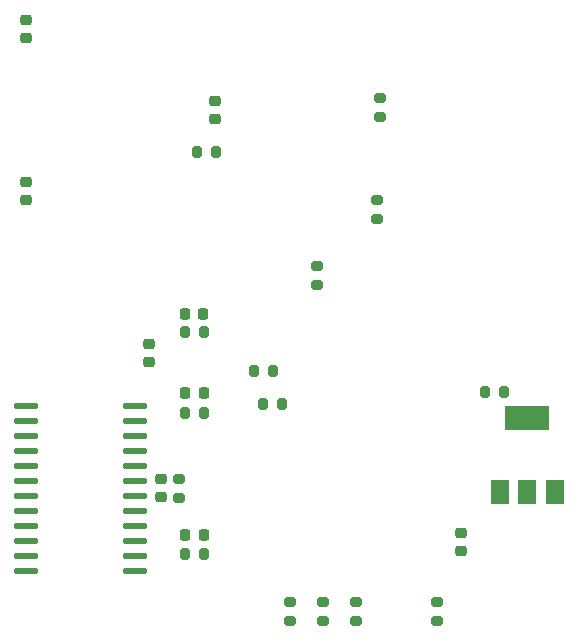
<source format=gtp>
%TF.GenerationSoftware,KiCad,Pcbnew,(6.0.0)*%
%TF.CreationDate,2022-03-13T19:16:45-04:00*%
%TF.ProjectId,esp23 i3 heat thermostat,65737032-3320-4693-9320-686561742074,rev?*%
%TF.SameCoordinates,Original*%
%TF.FileFunction,Paste,Top*%
%TF.FilePolarity,Positive*%
%FSLAX46Y46*%
G04 Gerber Fmt 4.6, Leading zero omitted, Abs format (unit mm)*
G04 Created by KiCad (PCBNEW (6.0.0)) date 2022-03-13 19:16:45*
%MOMM*%
%LPD*%
G01*
G04 APERTURE LIST*
G04 Aperture macros list*
%AMRoundRect*
0 Rectangle with rounded corners*
0 $1 Rounding radius*
0 $2 $3 $4 $5 $6 $7 $8 $9 X,Y pos of 4 corners*
0 Add a 4 corners polygon primitive as box body*
4,1,4,$2,$3,$4,$5,$6,$7,$8,$9,$2,$3,0*
0 Add four circle primitives for the rounded corners*
1,1,$1+$1,$2,$3*
1,1,$1+$1,$4,$5*
1,1,$1+$1,$6,$7*
1,1,$1+$1,$8,$9*
0 Add four rect primitives between the rounded corners*
20,1,$1+$1,$2,$3,$4,$5,0*
20,1,$1+$1,$4,$5,$6,$7,0*
20,1,$1+$1,$6,$7,$8,$9,0*
20,1,$1+$1,$8,$9,$2,$3,0*%
G04 Aperture macros list end*
%ADD10RoundRect,0.200000X0.275000X-0.200000X0.275000X0.200000X-0.275000X0.200000X-0.275000X-0.200000X0*%
%ADD11RoundRect,0.225000X-0.250000X0.225000X-0.250000X-0.225000X0.250000X-0.225000X0.250000X0.225000X0*%
%ADD12RoundRect,0.200000X0.200000X0.275000X-0.200000X0.275000X-0.200000X-0.275000X0.200000X-0.275000X0*%
%ADD13RoundRect,0.200000X-0.200000X-0.275000X0.200000X-0.275000X0.200000X0.275000X-0.200000X0.275000X0*%
%ADD14RoundRect,0.200000X-0.275000X0.200000X-0.275000X-0.200000X0.275000X-0.200000X0.275000X0.200000X0*%
%ADD15RoundRect,0.225000X0.250000X-0.225000X0.250000X0.225000X-0.250000X0.225000X-0.250000X-0.225000X0*%
%ADD16RoundRect,0.218750X0.218750X0.256250X-0.218750X0.256250X-0.218750X-0.256250X0.218750X-0.256250X0*%
%ADD17R,1.500000X2.000000*%
%ADD18R,3.800000X2.000000*%
%ADD19RoundRect,0.218750X-0.218750X-0.256250X0.218750X-0.256250X0.218750X0.256250X-0.218750X0.256250X0*%
%ADD20RoundRect,0.137500X-0.862500X-0.137500X0.862500X-0.137500X0.862500X0.137500X-0.862500X0.137500X0*%
G04 APERTURE END LIST*
D10*
%TO.C,R15*%
X135890000Y-111823000D03*
X135890000Y-110173000D03*
%TD*%
D11*
%TO.C,C9*%
X113538000Y-74663000D03*
X113538000Y-76213000D03*
%TD*%
%TO.C,C8*%
X129540000Y-67805000D03*
X129540000Y-69355000D03*
%TD*%
D12*
%TO.C,R18*%
X153987000Y-92456000D03*
X152337000Y-92456000D03*
%TD*%
D13*
%TO.C,R20*%
X126937000Y-87376000D03*
X128587000Y-87376000D03*
%TD*%
D14*
%TO.C,R1*%
X126492000Y-99759000D03*
X126492000Y-101409000D03*
%TD*%
D10*
%TO.C,R5*%
X138176000Y-83375000D03*
X138176000Y-81725000D03*
%TD*%
%TO.C,R16*%
X138684000Y-111823000D03*
X138684000Y-110173000D03*
%TD*%
%TO.C,R17*%
X141478000Y-111823000D03*
X141478000Y-110173000D03*
%TD*%
D12*
%TO.C,R4*%
X129603000Y-72136000D03*
X127953000Y-72136000D03*
%TD*%
D10*
%TO.C,R9*%
X148336000Y-111823000D03*
X148336000Y-110173000D03*
%TD*%
D13*
%TO.C,R14*%
X132779000Y-90678000D03*
X134429000Y-90678000D03*
%TD*%
D15*
%TO.C,C3*%
X150368000Y-105931000D03*
X150368000Y-104381000D03*
%TD*%
D16*
%TO.C,D8*%
X128537500Y-104550000D03*
X126962500Y-104550000D03*
%TD*%
D11*
%TO.C,C1*%
X124968000Y-99809000D03*
X124968000Y-101359000D03*
%TD*%
D17*
%TO.C,U5*%
X153656000Y-100940000D03*
X155956000Y-100940000D03*
D18*
X155956000Y-94640000D03*
D17*
X158256000Y-100940000D03*
%TD*%
D12*
%TO.C,R19*%
X128587000Y-106172000D03*
X126937000Y-106172000D03*
%TD*%
D11*
%TO.C,C11*%
X123952000Y-88379000D03*
X123952000Y-89929000D03*
%TD*%
D19*
%TO.C,D10*%
X126962500Y-92550000D03*
X128537500Y-92550000D03*
%TD*%
D13*
%TO.C,R21*%
X126937000Y-94234000D03*
X128587000Y-94234000D03*
%TD*%
D20*
%TO.C,U1*%
X113460000Y-93599000D03*
X113460000Y-94869000D03*
X113460000Y-96139000D03*
X113460000Y-97409000D03*
X113460000Y-98679000D03*
X113460000Y-99949000D03*
X113460000Y-101219000D03*
X113460000Y-102489000D03*
X113460000Y-103759000D03*
X113460000Y-105029000D03*
X113460000Y-106299000D03*
X113460000Y-107569000D03*
X122760000Y-107569000D03*
X122760000Y-106299000D03*
X122760000Y-105029000D03*
X122760000Y-103759000D03*
X122760000Y-102489000D03*
X122760000Y-101219000D03*
X122760000Y-99949000D03*
X122760000Y-98679000D03*
X122760000Y-97409000D03*
X122760000Y-96139000D03*
X122760000Y-94869000D03*
X122760000Y-93599000D03*
%TD*%
D10*
%TO.C,R6*%
X143510000Y-67501000D03*
X143510000Y-69151000D03*
%TD*%
D11*
%TO.C,C10*%
X113538000Y-60947000D03*
X113538000Y-62497000D03*
%TD*%
D12*
%TO.C,R8*%
X135191000Y-93472000D03*
X133541000Y-93472000D03*
%TD*%
D10*
%TO.C,R7*%
X143256000Y-77787000D03*
X143256000Y-76137000D03*
%TD*%
D19*
%TO.C,D9*%
X126945000Y-85840000D03*
X128520000Y-85840000D03*
%TD*%
M02*

</source>
